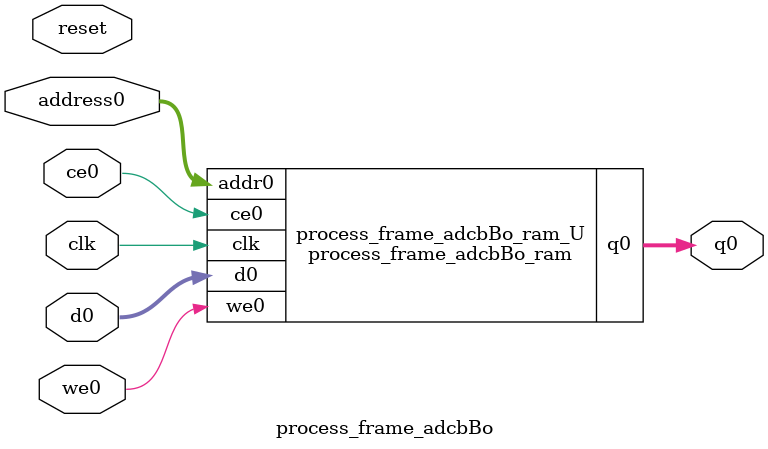
<source format=v>

`timescale 1 ns / 1 ps
module process_frame_adcbBo_ram (addr0, ce0, d0, we0, q0,  clk);

parameter DWIDTH = 96;
parameter AWIDTH = 3;
parameter MEM_SIZE = 8;

input[AWIDTH-1:0] addr0;
input ce0;
input[DWIDTH-1:0] d0;
input we0;
output reg[DWIDTH-1:0] q0;
input clk;

(* ram_style = "distributed" *)reg [DWIDTH-1:0] ram[0:MEM_SIZE-1];




always @(posedge clk)  
begin 
    if (ce0) 
    begin
        if (we0) 
        begin 
            ram[addr0] <= d0; 
            q0 <= d0;
        end 
        else 
            q0 <= ram[addr0];
    end
end


endmodule


`timescale 1 ns / 1 ps
module process_frame_adcbBo(
    reset,
    clk,
    address0,
    ce0,
    we0,
    d0,
    q0);

parameter DataWidth = 32'd96;
parameter AddressRange = 32'd8;
parameter AddressWidth = 32'd3;
input reset;
input clk;
input[AddressWidth - 1:0] address0;
input ce0;
input we0;
input[DataWidth - 1:0] d0;
output[DataWidth - 1:0] q0;



process_frame_adcbBo_ram process_frame_adcbBo_ram_U(
    .clk( clk ),
    .addr0( address0 ),
    .ce0( ce0 ),
    .d0( d0 ),
    .we0( we0 ),
    .q0( q0 ));

endmodule


</source>
